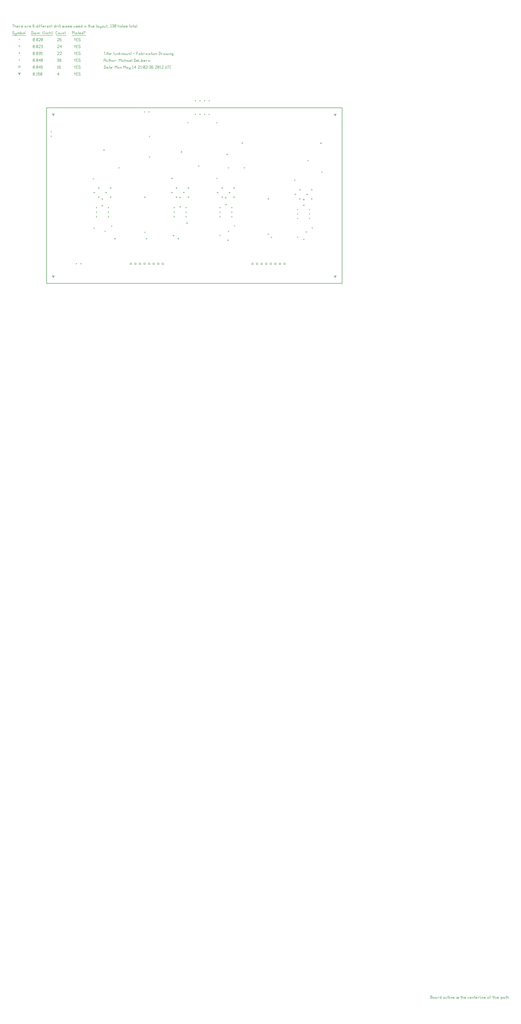
<source format=gbr>
G04 start of page 15 for group -3984 idx -3984 *
G04 Title: (unknown), fab *
G04 Creator: pcb 20110918 *
G04 CreationDate: Mon May 14 21:02:36 2012 UTC *
G04 For: mldelibero *
G04 Format: Gerber/RS-274X *
G04 PCB-Dimensions: 2000000 2000000 *
G04 PCB-Coordinate-Origin: lower left *
%MOIN*%
%FSLAX25Y25*%
%LNFAB*%
%ADD116C,0.0075*%
%ADD115C,0.0060*%
%ADD114C,0.0080*%
%ADD113C,0.0100*%
G54D113*X74100Y1553000D02*X720700D01*
Y1936800D01*
X74100D02*X720700D01*
X74100D02*Y1553000D01*
G54D114*X89100Y1921800D02*Y1918600D01*
Y1921800D02*X91873Y1923400D01*
X89100Y1921800D02*X86327Y1923400D01*
X87500Y1921800D02*G75*G03X90700Y1921800I1600J0D01*G01*
G75*G03X87500Y1921800I-1600J0D01*G01*
X89100Y1568100D02*Y1564900D01*
Y1568100D02*X91873Y1569700D01*
X89100Y1568100D02*X86327Y1569700D01*
X87500Y1568100D02*G75*G03X90700Y1568100I1600J0D01*G01*
G75*G03X87500Y1568100I-1600J0D01*G01*
X705600D02*Y1564900D01*
Y1568100D02*X708373Y1569700D01*
X705600Y1568100D02*X702827Y1569700D01*
X704000Y1568100D02*G75*G03X707200Y1568100I1600J0D01*G01*
G75*G03X704000Y1568100I-1600J0D01*G01*
X705600Y1921400D02*Y1918200D01*
Y1921400D02*X708373Y1923000D01*
X705600Y1921400D02*X702827Y1923000D01*
X704000Y1921400D02*G75*G03X707200Y1921400I1600J0D01*G01*
G75*G03X704000Y1921400I-1600J0D01*G01*
X15000Y2011250D02*Y2008050D01*
Y2011250D02*X17773Y2012850D01*
X15000Y2011250D02*X12227Y2012850D01*
X13400Y2011250D02*G75*G03X16600Y2011250I1600J0D01*G01*
G75*G03X13400Y2011250I-1600J0D01*G01*
G54D115*X135000Y2013500D02*X136500Y2010500D01*
X138000Y2013500D01*
X136500Y2010500D02*Y2007500D01*
X139800Y2010800D02*X142050D01*
X139800Y2007500D02*X142800D01*
X139800Y2013500D02*Y2007500D01*
Y2013500D02*X142800D01*
X147600D02*X148350Y2012750D01*
X145350Y2013500D02*X147600D01*
X144600Y2012750D02*X145350Y2013500D01*
X144600Y2012750D02*Y2011250D01*
X145350Y2010500D01*
X147600D01*
X148350Y2009750D01*
Y2008250D01*
X147600Y2007500D02*X148350Y2008250D01*
X145350Y2007500D02*X147600D01*
X144600Y2008250D02*X145350Y2007500D01*
X98000Y2009750D02*X101000Y2013500D01*
X98000Y2009750D02*X101750D01*
X101000Y2013500D02*Y2007500D01*
X45000Y2008250D02*X45750Y2007500D01*
X45000Y2012750D02*Y2008250D01*
Y2012750D02*X45750Y2013500D01*
X47250D01*
X48000Y2012750D01*
Y2008250D01*
X47250Y2007500D02*X48000Y2008250D01*
X45750Y2007500D02*X47250D01*
X45000Y2009000D02*X48000Y2012000D01*
X49800Y2007500D02*X50550D01*
X52350Y2012300D02*X53550Y2013500D01*
Y2007500D01*
X52350D02*X54600D01*
X56400Y2013500D02*X59400D01*
X56400D02*Y2010500D01*
X57150Y2011250D01*
X58650D01*
X59400Y2010500D01*
Y2008250D01*
X58650Y2007500D02*X59400Y2008250D01*
X57150Y2007500D02*X58650D01*
X56400Y2008250D02*X57150Y2007500D01*
X61200Y2008250D02*X61950Y2007500D01*
X61200Y2012750D02*Y2008250D01*
Y2012750D02*X61950Y2013500D01*
X63450D01*
X64200Y2012750D01*
Y2008250D01*
X63450Y2007500D02*X64200Y2008250D01*
X61950Y2007500D02*X63450D01*
X61200Y2009000D02*X64200Y2012000D01*
X256900Y1597300D02*X260100D01*
X256900D02*Y1594100D01*
X260100D01*
Y1597300D02*Y1594100D01*
X266900Y1597300D02*X270100D01*
X266900D02*Y1594100D01*
X270100D01*
Y1597300D02*Y1594100D01*
X276900Y1597300D02*X280100D01*
X276900D02*Y1594100D01*
X280100D01*
Y1597300D02*Y1594100D01*
X286900Y1597300D02*X290100D01*
X286900D02*Y1594100D01*
X290100D01*
Y1597300D02*Y1594100D01*
X296900Y1597300D02*X300100D01*
X296900D02*Y1594100D01*
X300100D01*
Y1597300D02*Y1594100D01*
X306900Y1597300D02*X310100D01*
X306900D02*Y1594100D01*
X310100D01*
Y1597300D02*Y1594100D01*
X316900Y1597300D02*X320100D01*
X316900D02*Y1594100D01*
X320100D01*
Y1597300D02*Y1594100D01*
X326900Y1597300D02*X330100D01*
X326900D02*Y1594100D01*
X330100D01*
Y1597300D02*Y1594100D01*
X523200Y1597300D02*X526400D01*
X523200D02*Y1594100D01*
X526400D01*
Y1597300D02*Y1594100D01*
X533200Y1597300D02*X536400D01*
X533200D02*Y1594100D01*
X536400D01*
Y1597300D02*Y1594100D01*
X543200Y1597300D02*X546400D01*
X543200D02*Y1594100D01*
X546400D01*
Y1597300D02*Y1594100D01*
X553200Y1597300D02*X556400D01*
X553200D02*Y1594100D01*
X556400D01*
Y1597300D02*Y1594100D01*
X563200Y1597300D02*X566400D01*
X563200D02*Y1594100D01*
X566400D01*
Y1597300D02*Y1594100D01*
X573200Y1597300D02*X576400D01*
X573200D02*Y1594100D01*
X576400D01*
Y1597300D02*Y1594100D01*
X583200Y1597300D02*X586400D01*
X583200D02*Y1594100D01*
X586400D01*
Y1597300D02*Y1594100D01*
X593200Y1597300D02*X596400D01*
X593200D02*Y1594100D01*
X596400D01*
Y1597300D02*Y1594100D01*
X13400Y2027850D02*X16600D01*
X13400D02*Y2024650D01*
X16600D01*
Y2027850D02*Y2024650D01*
X135000Y2028500D02*X136500Y2025500D01*
X138000Y2028500D01*
X136500Y2025500D02*Y2022500D01*
X139800Y2025800D02*X142050D01*
X139800Y2022500D02*X142800D01*
X139800Y2028500D02*Y2022500D01*
Y2028500D02*X142800D01*
X147600D02*X148350Y2027750D01*
X145350Y2028500D02*X147600D01*
X144600Y2027750D02*X145350Y2028500D01*
X144600Y2027750D02*Y2026250D01*
X145350Y2025500D01*
X147600D01*
X148350Y2024750D01*
Y2023250D01*
X147600Y2022500D02*X148350Y2023250D01*
X145350Y2022500D02*X147600D01*
X144600Y2023250D02*X145350Y2022500D01*
X98000Y2027300D02*X99200Y2028500D01*
Y2022500D01*
X98000D02*X100250D01*
X104300Y2028500D02*X105050Y2027750D01*
X102800Y2028500D02*X104300D01*
X102050Y2027750D02*X102800Y2028500D01*
X102050Y2027750D02*Y2023250D01*
X102800Y2022500D01*
X104300Y2025800D02*X105050Y2025050D01*
X102050Y2025800D02*X104300D01*
X102800Y2022500D02*X104300D01*
X105050Y2023250D01*
Y2025050D02*Y2023250D01*
X45000D02*X45750Y2022500D01*
X45000Y2027750D02*Y2023250D01*
Y2027750D02*X45750Y2028500D01*
X47250D01*
X48000Y2027750D01*
Y2023250D01*
X47250Y2022500D02*X48000Y2023250D01*
X45750Y2022500D02*X47250D01*
X45000Y2024000D02*X48000Y2027000D01*
X49800Y2022500D02*X50550D01*
X52350Y2023250D02*X53100Y2022500D01*
X52350Y2027750D02*Y2023250D01*
Y2027750D02*X53100Y2028500D01*
X54600D01*
X55350Y2027750D01*
Y2023250D01*
X54600Y2022500D02*X55350Y2023250D01*
X53100Y2022500D02*X54600D01*
X52350Y2024000D02*X55350Y2027000D01*
X57150Y2024750D02*X60150Y2028500D01*
X57150Y2024750D02*X60900D01*
X60150Y2028500D02*Y2022500D01*
X62700Y2028500D02*X65700D01*
X62700D02*Y2025500D01*
X63450Y2026250D01*
X64950D01*
X65700Y2025500D01*
Y2023250D01*
X64950Y2022500D02*X65700Y2023250D01*
X63450Y2022500D02*X64950D01*
X62700Y2023250D02*X63450Y2022500D01*
X148700Y1595700D02*G75*G03X150300Y1595700I800J0D01*G01*
G75*G03X148700Y1595700I-800J0D01*G01*
X138700D02*G75*G03X140300Y1595700I800J0D01*G01*
G75*G03X138700Y1595700I-800J0D01*G01*
X399200Y1922000D02*G75*G03X400800Y1922000I800J0D01*G01*
G75*G03X399200Y1922000I-800J0D01*G01*
X409200D02*G75*G03X410800Y1922000I800J0D01*G01*
G75*G03X409200Y1922000I-800J0D01*G01*
X419200D02*G75*G03X420800Y1922000I800J0D01*G01*
G75*G03X419200Y1922000I-800J0D01*G01*
X429200D02*G75*G03X430800Y1922000I800J0D01*G01*
G75*G03X429200Y1922000I-800J0D01*G01*
Y1952000D02*G75*G03X430800Y1952000I800J0D01*G01*
G75*G03X429200Y1952000I-800J0D01*G01*
X419200D02*G75*G03X420800Y1952000I800J0D01*G01*
G75*G03X419200Y1952000I-800J0D01*G01*
X409200D02*G75*G03X410800Y1952000I800J0D01*G01*
G75*G03X409200Y1952000I-800J0D01*G01*
X399200D02*G75*G03X400800Y1952000I800J0D01*G01*
G75*G03X399200Y1952000I-800J0D01*G01*
X208700Y1698300D02*G75*G03X210300Y1698300I800J0D01*G01*
G75*G03X208700Y1698300I-800J0D01*G01*
Y1708300D02*G75*G03X210300Y1708300I800J0D01*G01*
G75*G03X208700Y1708300I-800J0D01*G01*
Y1718300D02*G75*G03X210300Y1718300I800J0D01*G01*
G75*G03X208700Y1718300I-800J0D01*G01*
X182700Y1698300D02*G75*G03X184300Y1698300I800J0D01*G01*
G75*G03X182700Y1698300I-800J0D01*G01*
Y1708300D02*G75*G03X184300Y1708300I800J0D01*G01*
G75*G03X182700Y1708300I-800J0D01*G01*
Y1718300D02*G75*G03X184300Y1718300I800J0D01*G01*
G75*G03X182700Y1718300I-800J0D01*G01*
X378700Y1698300D02*G75*G03X380300Y1698300I800J0D01*G01*
G75*G03X378700Y1698300I-800J0D01*G01*
Y1708300D02*G75*G03X380300Y1708300I800J0D01*G01*
G75*G03X378700Y1708300I-800J0D01*G01*
Y1718300D02*G75*G03X380300Y1718300I800J0D01*G01*
G75*G03X378700Y1718300I-800J0D01*G01*
X352700Y1698300D02*G75*G03X354300Y1698300I800J0D01*G01*
G75*G03X352700Y1698300I-800J0D01*G01*
Y1708300D02*G75*G03X354300Y1708300I800J0D01*G01*
G75*G03X352700Y1708300I-800J0D01*G01*
Y1718300D02*G75*G03X354300Y1718300I800J0D01*G01*
G75*G03X352700Y1718300I-800J0D01*G01*
X478700Y1698300D02*G75*G03X480300Y1698300I800J0D01*G01*
G75*G03X478700Y1698300I-800J0D01*G01*
Y1708300D02*G75*G03X480300Y1708300I800J0D01*G01*
G75*G03X478700Y1708300I-800J0D01*G01*
Y1718300D02*G75*G03X480300Y1718300I800J0D01*G01*
G75*G03X478700Y1718300I-800J0D01*G01*
X452700Y1698300D02*G75*G03X454300Y1698300I800J0D01*G01*
G75*G03X452700Y1698300I-800J0D01*G01*
Y1708300D02*G75*G03X454300Y1708300I800J0D01*G01*
G75*G03X452700Y1708300I-800J0D01*G01*
Y1718300D02*G75*G03X454300Y1718300I800J0D01*G01*
G75*G03X452700Y1718300I-800J0D01*G01*
X622600Y1694500D02*G75*G03X624200Y1694500I800J0D01*G01*
G75*G03X622600Y1694500I-800J0D01*G01*
Y1704500D02*G75*G03X624200Y1704500I800J0D01*G01*
G75*G03X622600Y1704500I-800J0D01*G01*
Y1714500D02*G75*G03X624200Y1714500I800J0D01*G01*
G75*G03X622600Y1714500I-800J0D01*G01*
X648600Y1694500D02*G75*G03X650200Y1694500I800J0D01*G01*
G75*G03X648600Y1694500I-800J0D01*G01*
Y1704500D02*G75*G03X650200Y1704500I800J0D01*G01*
G75*G03X648600Y1704500I-800J0D01*G01*
Y1714500D02*G75*G03X650200Y1714500I800J0D01*G01*
G75*G03X648600Y1714500I-800J0D01*G01*
X287500Y1927500D02*G75*G03X289100Y1927500I800J0D01*G01*
G75*G03X287500Y1927500I-800J0D01*G01*
X297500D02*G75*G03X299100Y1927500I800J0D01*G01*
G75*G03X297500Y1927500I-800J0D01*G01*
X83900Y1884200D02*G75*G03X85500Y1884200I800J0D01*G01*
G75*G03X83900Y1884200I-800J0D01*G01*
Y1874200D02*G75*G03X85500Y1874200I800J0D01*G01*
G75*G03X83900Y1874200I-800J0D01*G01*
X14200Y2041250D02*G75*G03X15800Y2041250I800J0D01*G01*
G75*G03X14200Y2041250I-800J0D01*G01*
X135000Y2043500D02*X136500Y2040500D01*
X138000Y2043500D01*
X136500Y2040500D02*Y2037500D01*
X139800Y2040800D02*X142050D01*
X139800Y2037500D02*X142800D01*
X139800Y2043500D02*Y2037500D01*
Y2043500D02*X142800D01*
X147600D02*X148350Y2042750D01*
X145350Y2043500D02*X147600D01*
X144600Y2042750D02*X145350Y2043500D01*
X144600Y2042750D02*Y2041250D01*
X145350Y2040500D01*
X147600D01*
X148350Y2039750D01*
Y2038250D01*
X147600Y2037500D02*X148350Y2038250D01*
X145350Y2037500D02*X147600D01*
X144600Y2038250D02*X145350Y2037500D01*
X98000Y2042750D02*X98750Y2043500D01*
X100250D01*
X101000Y2042750D01*
X100250Y2037500D02*X101000Y2038250D01*
X98750Y2037500D02*X100250D01*
X98000Y2038250D02*X98750Y2037500D01*
Y2040800D02*X100250D01*
X101000Y2042750D02*Y2041550D01*
Y2040050D02*Y2038250D01*
Y2040050D02*X100250Y2040800D01*
X101000Y2041550D02*X100250Y2040800D01*
X102800Y2038250D02*X103550Y2037500D01*
X102800Y2039450D02*Y2038250D01*
Y2039450D02*X103850Y2040500D01*
X104750D01*
X105800Y2039450D01*
Y2038250D01*
X105050Y2037500D02*X105800Y2038250D01*
X103550Y2037500D02*X105050D01*
X102800Y2041550D02*X103850Y2040500D01*
X102800Y2042750D02*Y2041550D01*
Y2042750D02*X103550Y2043500D01*
X105050D01*
X105800Y2042750D01*
Y2041550D01*
X104750Y2040500D02*X105800Y2041550D01*
X45000Y2038250D02*X45750Y2037500D01*
X45000Y2042750D02*Y2038250D01*
Y2042750D02*X45750Y2043500D01*
X47250D01*
X48000Y2042750D01*
Y2038250D01*
X47250Y2037500D02*X48000Y2038250D01*
X45750Y2037500D02*X47250D01*
X45000Y2039000D02*X48000Y2042000D01*
X49800Y2037500D02*X50550D01*
X52350Y2038250D02*X53100Y2037500D01*
X52350Y2042750D02*Y2038250D01*
Y2042750D02*X53100Y2043500D01*
X54600D01*
X55350Y2042750D01*
Y2038250D01*
X54600Y2037500D02*X55350Y2038250D01*
X53100Y2037500D02*X54600D01*
X52350Y2039000D02*X55350Y2042000D01*
X57150Y2039750D02*X60150Y2043500D01*
X57150Y2039750D02*X60900D01*
X60150Y2043500D02*Y2037500D01*
X62700Y2038250D02*X63450Y2037500D01*
X62700Y2042750D02*Y2038250D01*
Y2042750D02*X63450Y2043500D01*
X64950D01*
X65700Y2042750D01*
Y2038250D01*
X64950Y2037500D02*X65700Y2038250D01*
X63450Y2037500D02*X64950D01*
X62700Y2039000D02*X65700Y2042000D01*
X195300Y1723800D02*X197700Y1721400D01*
X195300D02*X197700Y1723800D01*
X195300Y1738300D02*X197700Y1735900D01*
X195300D02*X197700Y1738300D01*
X199000Y1845400D02*X201400Y1843000D01*
X199000D02*X201400Y1845400D01*
X368200Y1841200D02*X370600Y1838800D01*
X368200D02*X370600Y1841200D01*
X347900Y1783400D02*X350300Y1781000D01*
X347900D02*X350300Y1783400D01*
X365300Y1741700D02*X367700Y1739300D01*
X365300D02*X367700Y1741700D01*
X365500Y1721500D02*X367900Y1719100D01*
X365500D02*X367900Y1721500D01*
X350700Y1658300D02*X353100Y1655900D01*
X350700D02*X353100Y1658300D01*
X380400Y1685600D02*X382800Y1683200D01*
X380400D02*X382800Y1685600D01*
X288300Y1742500D02*X290700Y1740100D01*
X288300D02*X290700Y1742500D01*
X222800Y1651800D02*X225200Y1649400D01*
X222800D02*X225200Y1651800D01*
X361100Y1651900D02*X363500Y1649500D01*
X361100D02*X363500Y1651900D01*
X291900Y1651800D02*X294300Y1649400D01*
X291900D02*X294300Y1651800D01*
X465800Y1726300D02*X468200Y1723900D01*
X465800D02*X468200Y1726300D01*
X465200Y1741000D02*X467600Y1738600D01*
X465200D02*X467600Y1741000D01*
X558200Y1738700D02*X560600Y1736300D01*
X558200D02*X560600Y1738700D01*
X635700Y1737200D02*X638100Y1734800D01*
X635700D02*X638100Y1737200D01*
X635800Y1724800D02*X638200Y1722400D01*
X635800D02*X638200Y1724800D01*
X469900Y1648500D02*X472300Y1646100D01*
X469900D02*X472300Y1648500D01*
X501300Y1860600D02*X503700Y1858200D01*
X501300D02*X503700Y1860600D01*
X468100Y1835700D02*X470500Y1833300D01*
X468100D02*X470500Y1835700D01*
X673100Y1860200D02*X675500Y1857800D01*
X673100D02*X675500Y1860200D01*
X13800Y2057450D02*X16200Y2055050D01*
X13800D02*X16200Y2057450D01*
X135000Y2058500D02*X136500Y2055500D01*
X138000Y2058500D01*
X136500Y2055500D02*Y2052500D01*
X139800Y2055800D02*X142050D01*
X139800Y2052500D02*X142800D01*
X139800Y2058500D02*Y2052500D01*
Y2058500D02*X142800D01*
X147600D02*X148350Y2057750D01*
X145350Y2058500D02*X147600D01*
X144600Y2057750D02*X145350Y2058500D01*
X144600Y2057750D02*Y2056250D01*
X145350Y2055500D01*
X147600D01*
X148350Y2054750D01*
Y2053250D01*
X147600Y2052500D02*X148350Y2053250D01*
X145350Y2052500D02*X147600D01*
X144600Y2053250D02*X145350Y2052500D01*
X98000Y2057750D02*X98750Y2058500D01*
X101000D01*
X101750Y2057750D01*
Y2056250D01*
X98000Y2052500D02*X101750Y2056250D01*
X98000Y2052500D02*X101750D01*
X103550Y2057750D02*X104300Y2058500D01*
X106550D01*
X107300Y2057750D01*
Y2056250D01*
X103550Y2052500D02*X107300Y2056250D01*
X103550Y2052500D02*X107300D01*
X45000Y2053250D02*X45750Y2052500D01*
X45000Y2057750D02*Y2053250D01*
Y2057750D02*X45750Y2058500D01*
X47250D01*
X48000Y2057750D01*
Y2053250D01*
X47250Y2052500D02*X48000Y2053250D01*
X45750Y2052500D02*X47250D01*
X45000Y2054000D02*X48000Y2057000D01*
X49800Y2052500D02*X50550D01*
X52350Y2053250D02*X53100Y2052500D01*
X52350Y2057750D02*Y2053250D01*
Y2057750D02*X53100Y2058500D01*
X54600D01*
X55350Y2057750D01*
Y2053250D01*
X54600Y2052500D02*X55350Y2053250D01*
X53100Y2052500D02*X54600D01*
X52350Y2054000D02*X55350Y2057000D01*
X57150Y2057750D02*X57900Y2058500D01*
X59400D01*
X60150Y2057750D01*
X59400Y2052500D02*X60150Y2053250D01*
X57900Y2052500D02*X59400D01*
X57150Y2053250D02*X57900Y2052500D01*
Y2055800D02*X59400D01*
X60150Y2057750D02*Y2056550D01*
Y2055050D02*Y2053250D01*
Y2055050D02*X59400Y2055800D01*
X60150Y2056550D02*X59400Y2055800D01*
X61950Y2058500D02*X64950D01*
X61950D02*Y2055500D01*
X62700Y2056250D01*
X64200D01*
X64950Y2055500D01*
Y2053250D01*
X64200Y2052500D02*X64950Y2053250D01*
X62700Y2052500D02*X64200D01*
X61950Y2053250D02*X62700Y2052500D01*
X188500Y1742900D02*Y1739700D01*
X186900Y1741300D02*X190100D01*
X188500Y1762900D02*Y1759700D01*
X186900Y1761300D02*X190100D01*
X178500Y1752900D02*Y1749700D01*
X176900Y1751300D02*X180100D01*
X214500Y1742900D02*Y1739700D01*
X212900Y1741300D02*X216100D01*
X214500Y1762900D02*Y1759700D01*
X212900Y1761300D02*X216100D01*
X204500Y1752900D02*Y1749700D01*
X202900Y1751300D02*X206100D01*
X384500Y1742900D02*Y1739700D01*
X382900Y1741300D02*X386100D01*
X384500Y1762900D02*Y1759700D01*
X382900Y1761300D02*X386100D01*
X374500Y1752900D02*Y1749700D01*
X372900Y1751300D02*X376100D01*
X358500Y1742900D02*Y1739700D01*
X356900Y1741300D02*X360100D01*
X358500Y1762900D02*Y1759700D01*
X356900Y1761300D02*X360100D01*
X348500Y1752900D02*Y1749700D01*
X346900Y1751300D02*X350100D01*
X484500Y1742900D02*Y1739700D01*
X482900Y1741300D02*X486100D01*
X484500Y1762900D02*Y1759700D01*
X482900Y1761300D02*X486100D01*
X474500Y1752900D02*Y1749700D01*
X472900Y1751300D02*X476100D01*
X458500Y1742900D02*Y1739700D01*
X456900Y1741300D02*X460100D01*
X458500Y1762900D02*Y1759700D01*
X456900Y1761300D02*X460100D01*
X448500Y1752900D02*Y1749700D01*
X446900Y1751300D02*X450100D01*
X628400Y1739100D02*Y1735900D01*
X626800Y1737500D02*X630000D01*
X628400Y1759100D02*Y1755900D01*
X626800Y1757500D02*X630000D01*
X618400Y1749100D02*Y1745900D01*
X616800Y1747500D02*X620000D01*
X654400Y1739100D02*Y1735900D01*
X652800Y1737500D02*X656000D01*
X654400Y1759100D02*Y1755900D01*
X652800Y1757500D02*X656000D01*
X644400Y1749100D02*Y1745900D01*
X642800Y1747500D02*X646000D01*
X15000Y2072850D02*Y2069650D01*
X13400Y2071250D02*X16600D01*
X135000Y2073500D02*X136500Y2070500D01*
X138000Y2073500D01*
X136500Y2070500D02*Y2067500D01*
X139800Y2070800D02*X142050D01*
X139800Y2067500D02*X142800D01*
X139800Y2073500D02*Y2067500D01*
Y2073500D02*X142800D01*
X147600D02*X148350Y2072750D01*
X145350Y2073500D02*X147600D01*
X144600Y2072750D02*X145350Y2073500D01*
X144600Y2072750D02*Y2071250D01*
X145350Y2070500D01*
X147600D01*
X148350Y2069750D01*
Y2068250D01*
X147600Y2067500D02*X148350Y2068250D01*
X145350Y2067500D02*X147600D01*
X144600Y2068250D02*X145350Y2067500D01*
X98000Y2072750D02*X98750Y2073500D01*
X101000D01*
X101750Y2072750D01*
Y2071250D01*
X98000Y2067500D02*X101750Y2071250D01*
X98000Y2067500D02*X101750D01*
X103550Y2069750D02*X106550Y2073500D01*
X103550Y2069750D02*X107300D01*
X106550Y2073500D02*Y2067500D01*
X45000Y2068250D02*X45750Y2067500D01*
X45000Y2072750D02*Y2068250D01*
Y2072750D02*X45750Y2073500D01*
X47250D01*
X48000Y2072750D01*
Y2068250D01*
X47250Y2067500D02*X48000Y2068250D01*
X45750Y2067500D02*X47250D01*
X45000Y2069000D02*X48000Y2072000D01*
X49800Y2067500D02*X50550D01*
X52350Y2068250D02*X53100Y2067500D01*
X52350Y2072750D02*Y2068250D01*
Y2072750D02*X53100Y2073500D01*
X54600D01*
X55350Y2072750D01*
Y2068250D01*
X54600Y2067500D02*X55350Y2068250D01*
X53100Y2067500D02*X54600D01*
X52350Y2069000D02*X55350Y2072000D01*
X57150Y2072750D02*X57900Y2073500D01*
X60150D01*
X60900Y2072750D01*
Y2071250D01*
X57150Y2067500D02*X60900Y2071250D01*
X57150Y2067500D02*X60900D01*
X62700Y2072750D02*X63450Y2073500D01*
X64950D01*
X65700Y2072750D01*
X64950Y2067500D02*X65700Y2068250D01*
X63450Y2067500D02*X64950D01*
X62700Y2068250D02*X63450Y2067500D01*
Y2070800D02*X64950D01*
X65700Y2072750D02*Y2071550D01*
Y2070050D02*Y2068250D01*
Y2070050D02*X64950Y2070800D01*
X65700Y2071550D02*X64950Y2070800D01*
X178300Y1673300D02*Y1671700D01*
Y1673300D02*X179687Y1674100D01*
X178300Y1673300D02*X176913Y1674100D01*
X176700Y1781200D02*Y1779600D01*
Y1781200D02*X178087Y1782000D01*
X176700Y1781200D02*X175313Y1782000D01*
X232700Y1805200D02*Y1803600D01*
Y1805200D02*X234087Y1806000D01*
X232700Y1805200D02*X231313Y1806000D01*
X202500Y1666500D02*Y1664900D01*
Y1666500D02*X203887Y1667300D01*
X202500Y1666500D02*X201113Y1667300D01*
X216700Y1678000D02*Y1676400D01*
Y1678000D02*X218087Y1678800D01*
X216700Y1678000D02*X215313Y1678800D01*
X407400Y1809500D02*Y1807900D01*
Y1809500D02*X408787Y1810300D01*
X407400Y1809500D02*X406013Y1810300D01*
X289500Y1664300D02*Y1662700D01*
Y1664300D02*X290887Y1665100D01*
X289500Y1664300D02*X288113Y1665100D01*
X472200Y1805200D02*Y1803600D01*
Y1805200D02*X473587Y1806000D01*
X472200Y1805200D02*X470813Y1806000D01*
X447200Y1782300D02*Y1780700D01*
Y1782300D02*X448587Y1783100D01*
X447200Y1782300D02*X445813Y1783100D01*
X506900Y1805400D02*Y1803800D01*
Y1805400D02*X508287Y1806200D01*
X506900Y1805400D02*X505513Y1806200D01*
X485300Y1678700D02*Y1677100D01*
Y1678700D02*X486687Y1679500D01*
X485300Y1678700D02*X483913Y1679500D01*
X453500Y1657500D02*Y1655900D01*
Y1657500D02*X454887Y1658300D01*
X453500Y1657500D02*X452113Y1658300D01*
X472300Y1666400D02*Y1664800D01*
Y1666400D02*X473687Y1667200D01*
X472300Y1666400D02*X470913Y1667200D01*
X559400Y1660500D02*Y1658900D01*
Y1660500D02*X560787Y1661300D01*
X559400Y1660500D02*X558013Y1661300D01*
X676500Y1796000D02*Y1794400D01*
Y1796000D02*X677887Y1796800D01*
X676500Y1796000D02*X675113Y1796800D01*
X617300Y1778400D02*Y1776800D01*
Y1778400D02*X618687Y1779200D01*
X617300Y1778400D02*X615913Y1779200D01*
X623200Y1653900D02*Y1652300D01*
Y1653900D02*X624587Y1654700D01*
X623200Y1653900D02*X621813Y1654700D01*
X642400Y1665100D02*Y1663500D01*
Y1665100D02*X643787Y1665900D01*
X642400Y1665100D02*X641013Y1665900D01*
X655500Y1674200D02*Y1672600D01*
Y1674200D02*X656887Y1675000D01*
X655500Y1674200D02*X654113Y1675000D01*
X636800Y1648800D02*Y1647200D01*
Y1648800D02*X638187Y1649600D01*
X636800Y1648800D02*X635413Y1649600D01*
X566300Y1653400D02*Y1651800D01*
Y1653400D02*X567687Y1654200D01*
X566300Y1653400D02*X564913Y1654200D01*
X299600Y1828800D02*Y1827200D01*
Y1828800D02*X300987Y1829600D01*
X299600Y1828800D02*X298213Y1829600D01*
X646300Y1821000D02*Y1819400D01*
Y1821000D02*X647687Y1821800D01*
X646300Y1821000D02*X644913Y1821800D01*
X299600Y1874000D02*Y1872400D01*
Y1874000D02*X300987Y1874800D01*
X299600Y1874000D02*X298213Y1874800D01*
X446600Y1904000D02*Y1902400D01*
Y1904000D02*X447987Y1904800D01*
X446600Y1904000D02*X445213Y1904800D01*
X383200Y1904200D02*Y1902600D01*
Y1904200D02*X384587Y1905000D01*
X383200Y1904200D02*X381813Y1905000D01*
X15000Y2086250D02*Y2084650D01*
Y2086250D02*X16387Y2087050D01*
X15000Y2086250D02*X13613Y2087050D01*
X135000Y2088500D02*X136500Y2085500D01*
X138000Y2088500D01*
X136500Y2085500D02*Y2082500D01*
X139800Y2085800D02*X142050D01*
X139800Y2082500D02*X142800D01*
X139800Y2088500D02*Y2082500D01*
Y2088500D02*X142800D01*
X147600D02*X148350Y2087750D01*
X145350Y2088500D02*X147600D01*
X144600Y2087750D02*X145350Y2088500D01*
X144600Y2087750D02*Y2086250D01*
X145350Y2085500D01*
X147600D01*
X148350Y2084750D01*
Y2083250D01*
X147600Y2082500D02*X148350Y2083250D01*
X145350Y2082500D02*X147600D01*
X144600Y2083250D02*X145350Y2082500D01*
X98000Y2087750D02*X98750Y2088500D01*
X101000D01*
X101750Y2087750D01*
Y2086250D01*
X98000Y2082500D02*X101750Y2086250D01*
X98000Y2082500D02*X101750D01*
X105800Y2088500D02*X106550Y2087750D01*
X104300Y2088500D02*X105800D01*
X103550Y2087750D02*X104300Y2088500D01*
X103550Y2087750D02*Y2083250D01*
X104300Y2082500D01*
X105800Y2085800D02*X106550Y2085050D01*
X103550Y2085800D02*X105800D01*
X104300Y2082500D02*X105800D01*
X106550Y2083250D01*
Y2085050D02*Y2083250D01*
X45000D02*X45750Y2082500D01*
X45000Y2087750D02*Y2083250D01*
Y2087750D02*X45750Y2088500D01*
X47250D01*
X48000Y2087750D01*
Y2083250D01*
X47250Y2082500D02*X48000Y2083250D01*
X45750Y2082500D02*X47250D01*
X45000Y2084000D02*X48000Y2087000D01*
X49800Y2082500D02*X50550D01*
X52350Y2083250D02*X53100Y2082500D01*
X52350Y2087750D02*Y2083250D01*
Y2087750D02*X53100Y2088500D01*
X54600D01*
X55350Y2087750D01*
Y2083250D01*
X54600Y2082500D02*X55350Y2083250D01*
X53100Y2082500D02*X54600D01*
X52350Y2084000D02*X55350Y2087000D01*
X57150Y2087750D02*X57900Y2088500D01*
X60150D01*
X60900Y2087750D01*
Y2086250D01*
X57150Y2082500D02*X60900Y2086250D01*
X57150Y2082500D02*X60900D01*
X62700Y2083250D02*X63450Y2082500D01*
X62700Y2087750D02*Y2083250D01*
Y2087750D02*X63450Y2088500D01*
X64950D01*
X65700Y2087750D01*
Y2083250D01*
X64950Y2082500D02*X65700Y2083250D01*
X63450Y2082500D02*X64950D01*
X62700Y2084000D02*X65700Y2087000D01*
X3000Y2103500D02*X3750Y2102750D01*
X750Y2103500D02*X3000D01*
X0Y2102750D02*X750Y2103500D01*
X0Y2102750D02*Y2101250D01*
X750Y2100500D01*
X3000D01*
X3750Y2099750D01*
Y2098250D01*
X3000Y2097500D02*X3750Y2098250D01*
X750Y2097500D02*X3000D01*
X0Y2098250D02*X750Y2097500D01*
X5550Y2100500D02*Y2098250D01*
X6300Y2097500D01*
X8550Y2100500D02*Y2096000D01*
X7800Y2095250D02*X8550Y2096000D01*
X6300Y2095250D02*X7800D01*
X5550Y2096000D02*X6300Y2095250D01*
Y2097500D02*X7800D01*
X8550Y2098250D01*
X11100Y2099750D02*Y2097500D01*
Y2099750D02*X11850Y2100500D01*
X12600D01*
X13350Y2099750D01*
Y2097500D01*
Y2099750D02*X14100Y2100500D01*
X14850D01*
X15600Y2099750D01*
Y2097500D01*
X10350Y2100500D02*X11100Y2099750D01*
X17400Y2103500D02*Y2097500D01*
Y2098250D02*X18150Y2097500D01*
X19650D01*
X20400Y2098250D01*
Y2099750D02*Y2098250D01*
X19650Y2100500D02*X20400Y2099750D01*
X18150Y2100500D02*X19650D01*
X17400Y2099750D02*X18150Y2100500D01*
X22200Y2099750D02*Y2098250D01*
Y2099750D02*X22950Y2100500D01*
X24450D01*
X25200Y2099750D01*
Y2098250D01*
X24450Y2097500D02*X25200Y2098250D01*
X22950Y2097500D02*X24450D01*
X22200Y2098250D02*X22950Y2097500D01*
X27000Y2103500D02*Y2098250D01*
X27750Y2097500D01*
X0Y2094250D02*X29250D01*
X41750Y2103500D02*Y2097500D01*
X43700Y2103500D02*X44750Y2102450D01*
Y2098550D01*
X43700Y2097500D02*X44750Y2098550D01*
X41000Y2097500D02*X43700D01*
X41000Y2103500D02*X43700D01*
G54D116*X46550Y2102000D02*Y2101850D01*
G54D115*Y2099750D02*Y2097500D01*
X50300Y2100500D02*X51050Y2099750D01*
X48800Y2100500D02*X50300D01*
X48050Y2099750D02*X48800Y2100500D01*
X48050Y2099750D02*Y2098250D01*
X48800Y2097500D01*
X51050Y2100500D02*Y2098250D01*
X51800Y2097500D01*
X48800D02*X50300D01*
X51050Y2098250D01*
X54350Y2099750D02*Y2097500D01*
Y2099750D02*X55100Y2100500D01*
X55850D01*
X56600Y2099750D01*
Y2097500D01*
Y2099750D02*X57350Y2100500D01*
X58100D01*
X58850Y2099750D01*
Y2097500D01*
X53600Y2100500D02*X54350Y2099750D01*
X60650Y2097500D02*X61400D01*
X65900Y2098250D02*X66650Y2097500D01*
X65900Y2102750D02*X66650Y2103500D01*
X65900Y2102750D02*Y2098250D01*
X68450Y2103500D02*X69950D01*
X69200D02*Y2097500D01*
X68450D02*X69950D01*
X72500Y2099750D02*Y2097500D01*
Y2099750D02*X73250Y2100500D01*
X74000D01*
X74750Y2099750D01*
Y2097500D01*
X71750Y2100500D02*X72500Y2099750D01*
X77300Y2100500D02*X79550D01*
X76550Y2099750D02*X77300Y2100500D01*
X76550Y2099750D02*Y2098250D01*
X77300Y2097500D01*
X79550D01*
X81350Y2103500D02*Y2097500D01*
Y2099750D02*X82100Y2100500D01*
X83600D01*
X84350Y2099750D01*
Y2097500D01*
X86150Y2103500D02*X86900Y2102750D01*
Y2098250D01*
X86150Y2097500D02*X86900Y2098250D01*
X41000Y2094250D02*X88700D01*
X96050Y2097500D02*X98000D01*
X95000Y2098550D02*X96050Y2097500D01*
X95000Y2102450D02*Y2098550D01*
Y2102450D02*X96050Y2103500D01*
X98000D01*
X99800Y2099750D02*Y2098250D01*
Y2099750D02*X100550Y2100500D01*
X102050D01*
X102800Y2099750D01*
Y2098250D01*
X102050Y2097500D02*X102800Y2098250D01*
X100550Y2097500D02*X102050D01*
X99800Y2098250D02*X100550Y2097500D01*
X104600Y2100500D02*Y2098250D01*
X105350Y2097500D01*
X106850D01*
X107600Y2098250D01*
Y2100500D02*Y2098250D01*
X110150Y2099750D02*Y2097500D01*
Y2099750D02*X110900Y2100500D01*
X111650D01*
X112400Y2099750D01*
Y2097500D01*
X109400Y2100500D02*X110150Y2099750D01*
X114950Y2103500D02*Y2098250D01*
X115700Y2097500D01*
X114200Y2101250D02*X115700D01*
X95000Y2094250D02*X117200D01*
X130750Y2103500D02*Y2097500D01*
X130000Y2103500D02*X133000D01*
X133750Y2102750D01*
Y2101250D01*
X133000Y2100500D02*X133750Y2101250D01*
X130750Y2100500D02*X133000D01*
X135550Y2103500D02*Y2098250D01*
X136300Y2097500D01*
X140050Y2100500D02*X140800Y2099750D01*
X138550Y2100500D02*X140050D01*
X137800Y2099750D02*X138550Y2100500D01*
X137800Y2099750D02*Y2098250D01*
X138550Y2097500D01*
X140800Y2100500D02*Y2098250D01*
X141550Y2097500D01*
X138550D02*X140050D01*
X140800Y2098250D01*
X144100Y2103500D02*Y2098250D01*
X144850Y2097500D01*
X143350Y2101250D02*X144850D01*
X147100Y2097500D02*X149350D01*
X146350Y2098250D02*X147100Y2097500D01*
X146350Y2099750D02*Y2098250D01*
Y2099750D02*X147100Y2100500D01*
X148600D01*
X149350Y2099750D01*
X146350Y2099000D02*X149350D01*
Y2099750D02*Y2099000D01*
X154150Y2103500D02*Y2097500D01*
X153400D02*X154150Y2098250D01*
X151900Y2097500D02*X153400D01*
X151150Y2098250D02*X151900Y2097500D01*
X151150Y2099750D02*Y2098250D01*
Y2099750D02*X151900Y2100500D01*
X153400D01*
X154150Y2099750D01*
X157450Y2100500D02*Y2099750D01*
Y2098250D02*Y2097500D01*
X155950Y2102750D02*Y2102000D01*
Y2102750D02*X156700Y2103500D01*
X158200D01*
X158950Y2102750D01*
Y2102000D01*
X157450Y2100500D02*X158950Y2102000D01*
X130000Y2094250D02*X160750D01*
X0Y2118500D02*X3000D01*
X1500D02*Y2112500D01*
X4800Y2118500D02*Y2112500D01*
Y2114750D02*X5550Y2115500D01*
X7050D01*
X7800Y2114750D01*
Y2112500D01*
X10350D02*X12600D01*
X9600Y2113250D02*X10350Y2112500D01*
X9600Y2114750D02*Y2113250D01*
Y2114750D02*X10350Y2115500D01*
X11850D01*
X12600Y2114750D01*
X9600Y2114000D02*X12600D01*
Y2114750D02*Y2114000D01*
X15150Y2114750D02*Y2112500D01*
Y2114750D02*X15900Y2115500D01*
X17400D01*
X14400D02*X15150Y2114750D01*
X19950Y2112500D02*X22200D01*
X19200Y2113250D02*X19950Y2112500D01*
X19200Y2114750D02*Y2113250D01*
Y2114750D02*X19950Y2115500D01*
X21450D01*
X22200Y2114750D01*
X19200Y2114000D02*X22200D01*
Y2114750D02*Y2114000D01*
X28950Y2115500D02*X29700Y2114750D01*
X27450Y2115500D02*X28950D01*
X26700Y2114750D02*X27450Y2115500D01*
X26700Y2114750D02*Y2113250D01*
X27450Y2112500D01*
X29700Y2115500D02*Y2113250D01*
X30450Y2112500D01*
X27450D02*X28950D01*
X29700Y2113250D01*
X33000Y2114750D02*Y2112500D01*
Y2114750D02*X33750Y2115500D01*
X35250D01*
X32250D02*X33000Y2114750D01*
X37800Y2112500D02*X40050D01*
X37050Y2113250D02*X37800Y2112500D01*
X37050Y2114750D02*Y2113250D01*
Y2114750D02*X37800Y2115500D01*
X39300D01*
X40050Y2114750D01*
X37050Y2114000D02*X40050D01*
Y2114750D02*Y2114000D01*
X46800Y2118500D02*X47550Y2117750D01*
X45300Y2118500D02*X46800D01*
X44550Y2117750D02*X45300Y2118500D01*
X44550Y2117750D02*Y2113250D01*
X45300Y2112500D01*
X46800Y2115800D02*X47550Y2115050D01*
X44550Y2115800D02*X46800D01*
X45300Y2112500D02*X46800D01*
X47550Y2113250D01*
Y2115050D02*Y2113250D01*
X55050Y2118500D02*Y2112500D01*
X54300D02*X55050Y2113250D01*
X52800Y2112500D02*X54300D01*
X52050Y2113250D02*X52800Y2112500D01*
X52050Y2114750D02*Y2113250D01*
Y2114750D02*X52800Y2115500D01*
X54300D01*
X55050Y2114750D01*
G54D116*X56850Y2117000D02*Y2116850D01*
G54D115*Y2114750D02*Y2112500D01*
X59100Y2117750D02*Y2112500D01*
Y2117750D02*X59850Y2118500D01*
X60600D01*
X58350Y2115500D02*X59850D01*
X62850Y2117750D02*Y2112500D01*
Y2117750D02*X63600Y2118500D01*
X64350D01*
X62100Y2115500D02*X63600D01*
X66600Y2112500D02*X68850D01*
X65850Y2113250D02*X66600Y2112500D01*
X65850Y2114750D02*Y2113250D01*
Y2114750D02*X66600Y2115500D01*
X68100D01*
X68850Y2114750D01*
X65850Y2114000D02*X68850D01*
Y2114750D02*Y2114000D01*
X71400Y2114750D02*Y2112500D01*
Y2114750D02*X72150Y2115500D01*
X73650D01*
X70650D02*X71400Y2114750D01*
X76200Y2112500D02*X78450D01*
X75450Y2113250D02*X76200Y2112500D01*
X75450Y2114750D02*Y2113250D01*
Y2114750D02*X76200Y2115500D01*
X77700D01*
X78450Y2114750D01*
X75450Y2114000D02*X78450D01*
Y2114750D02*Y2114000D01*
X81000Y2114750D02*Y2112500D01*
Y2114750D02*X81750Y2115500D01*
X82500D01*
X83250Y2114750D01*
Y2112500D01*
X80250Y2115500D02*X81000Y2114750D01*
X85800Y2118500D02*Y2113250D01*
X86550Y2112500D01*
X85050Y2116250D02*X86550D01*
X93750Y2118500D02*Y2112500D01*
X93000D02*X93750Y2113250D01*
X91500Y2112500D02*X93000D01*
X90750Y2113250D02*X91500Y2112500D01*
X90750Y2114750D02*Y2113250D01*
Y2114750D02*X91500Y2115500D01*
X93000D01*
X93750Y2114750D01*
X96300D02*Y2112500D01*
Y2114750D02*X97050Y2115500D01*
X98550D01*
X95550D02*X96300Y2114750D01*
G54D116*X100350Y2117000D02*Y2116850D01*
G54D115*Y2114750D02*Y2112500D01*
X101850Y2118500D02*Y2113250D01*
X102600Y2112500D01*
X104100Y2118500D02*Y2113250D01*
X104850Y2112500D01*
X109800D02*X112050D01*
X112800Y2113250D01*
X112050Y2114000D02*X112800Y2113250D01*
X109800Y2114000D02*X112050D01*
X109050Y2114750D02*X109800Y2114000D01*
X109050Y2114750D02*X109800Y2115500D01*
X112050D01*
X112800Y2114750D01*
X109050Y2113250D02*X109800Y2112500D01*
G54D116*X114600Y2117000D02*Y2116850D01*
G54D115*Y2114750D02*Y2112500D01*
X116100Y2115500D02*X119100D01*
X116100Y2112500D02*X119100Y2115500D01*
X116100Y2112500D02*X119100D01*
X121650D02*X123900D01*
X120900Y2113250D02*X121650Y2112500D01*
X120900Y2114750D02*Y2113250D01*
Y2114750D02*X121650Y2115500D01*
X123150D01*
X123900Y2114750D01*
X120900Y2114000D02*X123900D01*
Y2114750D02*Y2114000D01*
X126450Y2112500D02*X128700D01*
X129450Y2113250D01*
X128700Y2114000D02*X129450Y2113250D01*
X126450Y2114000D02*X128700D01*
X125700Y2114750D02*X126450Y2114000D01*
X125700Y2114750D02*X126450Y2115500D01*
X128700D01*
X129450Y2114750D01*
X125700Y2113250D02*X126450Y2112500D01*
X133950Y2115500D02*Y2113250D01*
X134700Y2112500D01*
X136200D01*
X136950Y2113250D01*
Y2115500D02*Y2113250D01*
X139500Y2112500D02*X141750D01*
X142500Y2113250D01*
X141750Y2114000D02*X142500Y2113250D01*
X139500Y2114000D02*X141750D01*
X138750Y2114750D02*X139500Y2114000D01*
X138750Y2114750D02*X139500Y2115500D01*
X141750D01*
X142500Y2114750D01*
X138750Y2113250D02*X139500Y2112500D01*
X145050D02*X147300D01*
X144300Y2113250D02*X145050Y2112500D01*
X144300Y2114750D02*Y2113250D01*
Y2114750D02*X145050Y2115500D01*
X146550D01*
X147300Y2114750D01*
X144300Y2114000D02*X147300D01*
Y2114750D02*Y2114000D01*
X152100Y2118500D02*Y2112500D01*
X151350D02*X152100Y2113250D01*
X149850Y2112500D02*X151350D01*
X149100Y2113250D02*X149850Y2112500D01*
X149100Y2114750D02*Y2113250D01*
Y2114750D02*X149850Y2115500D01*
X151350D01*
X152100Y2114750D01*
G54D116*X156600Y2117000D02*Y2116850D01*
G54D115*Y2114750D02*Y2112500D01*
X158850Y2114750D02*Y2112500D01*
Y2114750D02*X159600Y2115500D01*
X160350D01*
X161100Y2114750D01*
Y2112500D01*
X158100Y2115500D02*X158850Y2114750D01*
X166350Y2118500D02*Y2113250D01*
X167100Y2112500D01*
X165600Y2116250D02*X167100D01*
X168600Y2118500D02*Y2112500D01*
Y2114750D02*X169350Y2115500D01*
X170850D01*
X171600Y2114750D01*
Y2112500D01*
G54D116*X173400Y2117000D02*Y2116850D01*
G54D115*Y2114750D02*Y2112500D01*
X175650D02*X177900D01*
X178650Y2113250D01*
X177900Y2114000D02*X178650Y2113250D01*
X175650Y2114000D02*X177900D01*
X174900Y2114750D02*X175650Y2114000D01*
X174900Y2114750D02*X175650Y2115500D01*
X177900D01*
X178650Y2114750D01*
X174900Y2113250D02*X175650Y2112500D01*
X183150Y2118500D02*Y2113250D01*
X183900Y2112500D01*
X187650Y2115500D02*X188400Y2114750D01*
X186150Y2115500D02*X187650D01*
X185400Y2114750D02*X186150Y2115500D01*
X185400Y2114750D02*Y2113250D01*
X186150Y2112500D01*
X188400Y2115500D02*Y2113250D01*
X189150Y2112500D01*
X186150D02*X187650D01*
X188400Y2113250D01*
X190950Y2115500D02*Y2113250D01*
X191700Y2112500D01*
X193950Y2115500D02*Y2111000D01*
X193200Y2110250D02*X193950Y2111000D01*
X191700Y2110250D02*X193200D01*
X190950Y2111000D02*X191700Y2110250D01*
Y2112500D02*X193200D01*
X193950Y2113250D01*
X195750Y2114750D02*Y2113250D01*
Y2114750D02*X196500Y2115500D01*
X198000D01*
X198750Y2114750D01*
Y2113250D01*
X198000Y2112500D02*X198750Y2113250D01*
X196500Y2112500D02*X198000D01*
X195750Y2113250D02*X196500Y2112500D01*
X200550Y2115500D02*Y2113250D01*
X201300Y2112500D01*
X202800D01*
X203550Y2113250D01*
Y2115500D02*Y2113250D01*
X206100Y2118500D02*Y2113250D01*
X206850Y2112500D01*
X205350Y2116250D02*X206850D01*
X208350Y2111000D02*X209850Y2112500D01*
X214350Y2117300D02*X215550Y2118500D01*
Y2112500D01*
X214350D02*X216600D01*
X218400Y2117750D02*X219150Y2118500D01*
X220650D01*
X221400Y2117750D01*
X220650Y2112500D02*X221400Y2113250D01*
X219150Y2112500D02*X220650D01*
X218400Y2113250D02*X219150Y2112500D01*
Y2115800D02*X220650D01*
X221400Y2117750D02*Y2116550D01*
Y2115050D02*Y2113250D01*
Y2115050D02*X220650Y2115800D01*
X221400Y2116550D02*X220650Y2115800D01*
X223200Y2113250D02*X223950Y2112500D01*
X223200Y2117750D02*Y2113250D01*
Y2117750D02*X223950Y2118500D01*
X225450D01*
X226200Y2117750D01*
Y2113250D01*
X225450Y2112500D02*X226200Y2113250D01*
X223950Y2112500D02*X225450D01*
X223200Y2114000D02*X226200Y2117000D01*
X230700Y2118500D02*Y2112500D01*
Y2114750D02*X231450Y2115500D01*
X232950D01*
X233700Y2114750D01*
Y2112500D01*
X235500Y2114750D02*Y2113250D01*
Y2114750D02*X236250Y2115500D01*
X237750D01*
X238500Y2114750D01*
Y2113250D01*
X237750Y2112500D02*X238500Y2113250D01*
X236250Y2112500D02*X237750D01*
X235500Y2113250D02*X236250Y2112500D01*
X240300Y2118500D02*Y2113250D01*
X241050Y2112500D01*
X243300D02*X245550D01*
X242550Y2113250D02*X243300Y2112500D01*
X242550Y2114750D02*Y2113250D01*
Y2114750D02*X243300Y2115500D01*
X244800D01*
X245550Y2114750D01*
X242550Y2114000D02*X245550D01*
Y2114750D02*Y2114000D01*
X248100Y2112500D02*X250350D01*
X251100Y2113250D01*
X250350Y2114000D02*X251100Y2113250D01*
X248100Y2114000D02*X250350D01*
X247350Y2114750D02*X248100Y2114000D01*
X247350Y2114750D02*X248100Y2115500D01*
X250350D01*
X251100Y2114750D01*
X247350Y2113250D02*X248100Y2112500D01*
X256350Y2118500D02*Y2113250D01*
X257100Y2112500D01*
X255600Y2116250D02*X257100D01*
X258600Y2114750D02*Y2113250D01*
Y2114750D02*X259350Y2115500D01*
X260850D01*
X261600Y2114750D01*
Y2113250D01*
X260850Y2112500D02*X261600Y2113250D01*
X259350Y2112500D02*X260850D01*
X258600Y2113250D02*X259350Y2112500D01*
X264150Y2118500D02*Y2113250D01*
X264900Y2112500D01*
X263400Y2116250D02*X264900D01*
X268650Y2115500D02*X269400Y2114750D01*
X267150Y2115500D02*X268650D01*
X266400Y2114750D02*X267150Y2115500D01*
X266400Y2114750D02*Y2113250D01*
X267150Y2112500D01*
X269400Y2115500D02*Y2113250D01*
X270150Y2112500D01*
X267150D02*X268650D01*
X269400Y2113250D01*
X271950Y2118500D02*Y2113250D01*
X272700Y2112500D01*
G54D113*X74100Y1553000D02*X720700D01*
Y1936800D01*
X74100D02*X720700D01*
X74100D02*Y1553000D01*
G54D115*X913675Y-9500D02*X916675D01*
X917425Y-8750D01*
Y-6950D02*Y-8750D01*
X916675Y-6200D02*X917425Y-6950D01*
X914425Y-6200D02*X916675D01*
X914425Y-3500D02*Y-9500D01*
X913675Y-3500D02*X916675D01*
X917425Y-4250D01*
Y-5450D01*
X916675Y-6200D02*X917425Y-5450D01*
X919225Y-7250D02*Y-8750D01*
Y-7250D02*X919975Y-6500D01*
X921475D01*
X922225Y-7250D01*
Y-8750D01*
X921475Y-9500D02*X922225Y-8750D01*
X919975Y-9500D02*X921475D01*
X919225Y-8750D02*X919975Y-9500D01*
X926275Y-6500D02*X927025Y-7250D01*
X924775Y-6500D02*X926275D01*
X924025Y-7250D02*X924775Y-6500D01*
X924025Y-7250D02*Y-8750D01*
X924775Y-9500D01*
X927025Y-6500D02*Y-8750D01*
X927775Y-9500D01*
X924775D02*X926275D01*
X927025Y-8750D01*
X930325Y-7250D02*Y-9500D01*
Y-7250D02*X931075Y-6500D01*
X932575D01*
X929575D02*X930325Y-7250D01*
X937375Y-3500D02*Y-9500D01*
X936625D02*X937375Y-8750D01*
X935125Y-9500D02*X936625D01*
X934375Y-8750D02*X935125Y-9500D01*
X934375Y-7250D02*Y-8750D01*
Y-7250D02*X935125Y-6500D01*
X936625D01*
X937375Y-7250D01*
X941875D02*Y-8750D01*
Y-7250D02*X942625Y-6500D01*
X944125D01*
X944875Y-7250D01*
Y-8750D01*
X944125Y-9500D02*X944875Y-8750D01*
X942625Y-9500D02*X944125D01*
X941875Y-8750D02*X942625Y-9500D01*
X946675Y-6500D02*Y-8750D01*
X947425Y-9500D01*
X948925D01*
X949675Y-8750D01*
Y-6500D02*Y-8750D01*
X952225Y-3500D02*Y-8750D01*
X952975Y-9500D01*
X951475Y-5750D02*X952975D01*
X954475Y-3500D02*Y-8750D01*
X955225Y-9500D01*
G54D116*X956725Y-5000D02*Y-5150D01*
G54D115*Y-7250D02*Y-9500D01*
X958975Y-7250D02*Y-9500D01*
Y-7250D02*X959725Y-6500D01*
X960475D01*
X961225Y-7250D01*
Y-9500D01*
X958225Y-6500D02*X958975Y-7250D01*
X963775Y-9500D02*X966025D01*
X963025Y-8750D02*X963775Y-9500D01*
X963025Y-7250D02*Y-8750D01*
Y-7250D02*X963775Y-6500D01*
X965275D01*
X966025Y-7250D01*
X963025Y-8000D02*X966025D01*
Y-7250D02*Y-8000D01*
G54D116*X970525Y-5000D02*Y-5150D01*
G54D115*Y-7250D02*Y-9500D01*
X972775D02*X975025D01*
X975775Y-8750D01*
X975025Y-8000D02*X975775Y-8750D01*
X972775Y-8000D02*X975025D01*
X972025Y-7250D02*X972775Y-8000D01*
X972025Y-7250D02*X972775Y-6500D01*
X975025D01*
X975775Y-7250D01*
X972025Y-8750D02*X972775Y-9500D01*
X981025Y-3500D02*Y-8750D01*
X981775Y-9500D01*
X980275Y-5750D02*X981775D01*
X983275Y-3500D02*Y-9500D01*
Y-7250D02*X984025Y-6500D01*
X985525D01*
X986275Y-7250D01*
Y-9500D01*
X988825D02*X991075D01*
X988075Y-8750D02*X988825Y-9500D01*
X988075Y-7250D02*Y-8750D01*
Y-7250D02*X988825Y-6500D01*
X990325D01*
X991075Y-7250D01*
X988075Y-8000D02*X991075D01*
Y-7250D02*Y-8000D01*
X996325Y-6500D02*X998575D01*
X995575Y-7250D02*X996325Y-6500D01*
X995575Y-7250D02*Y-8750D01*
X996325Y-9500D01*
X998575D01*
X1001125D02*X1003375D01*
X1000375Y-8750D02*X1001125Y-9500D01*
X1000375Y-7250D02*Y-8750D01*
Y-7250D02*X1001125Y-6500D01*
X1002625D01*
X1003375Y-7250D01*
X1000375Y-8000D02*X1003375D01*
Y-7250D02*Y-8000D01*
X1005925Y-7250D02*Y-9500D01*
Y-7250D02*X1006675Y-6500D01*
X1007425D01*
X1008175Y-7250D01*
Y-9500D01*
X1005175Y-6500D02*X1005925Y-7250D01*
X1010725Y-3500D02*Y-8750D01*
X1011475Y-9500D01*
X1009975Y-5750D02*X1011475D01*
X1013725Y-9500D02*X1015975D01*
X1012975Y-8750D02*X1013725Y-9500D01*
X1012975Y-7250D02*Y-8750D01*
Y-7250D02*X1013725Y-6500D01*
X1015225D01*
X1015975Y-7250D01*
X1012975Y-8000D02*X1015975D01*
Y-7250D02*Y-8000D01*
X1018525Y-7250D02*Y-9500D01*
Y-7250D02*X1019275Y-6500D01*
X1020775D01*
X1017775D02*X1018525Y-7250D01*
X1022575Y-3500D02*Y-8750D01*
X1023325Y-9500D01*
G54D116*X1024825Y-5000D02*Y-5150D01*
G54D115*Y-7250D02*Y-9500D01*
X1027075Y-7250D02*Y-9500D01*
Y-7250D02*X1027825Y-6500D01*
X1028575D01*
X1029325Y-7250D01*
Y-9500D01*
X1026325Y-6500D02*X1027075Y-7250D01*
X1031875Y-9500D02*X1034125D01*
X1031125Y-8750D02*X1031875Y-9500D01*
X1031125Y-7250D02*Y-8750D01*
Y-7250D02*X1031875Y-6500D01*
X1033375D01*
X1034125Y-7250D01*
X1031125Y-8000D02*X1034125D01*
Y-7250D02*Y-8000D01*
X1038625Y-7250D02*Y-8750D01*
Y-7250D02*X1039375Y-6500D01*
X1040875D01*
X1041625Y-7250D01*
Y-8750D01*
X1040875Y-9500D02*X1041625Y-8750D01*
X1039375Y-9500D02*X1040875D01*
X1038625Y-8750D02*X1039375Y-9500D01*
X1044175Y-4250D02*Y-9500D01*
Y-4250D02*X1044925Y-3500D01*
X1045675D01*
X1043425Y-6500D02*X1044925D01*
X1050625Y-3500D02*Y-8750D01*
X1051375Y-9500D01*
X1049875Y-5750D02*X1051375D01*
X1052875Y-3500D02*Y-9500D01*
Y-7250D02*X1053625Y-6500D01*
X1055125D01*
X1055875Y-7250D01*
Y-9500D01*
G54D116*X1057675Y-5000D02*Y-5150D01*
G54D115*Y-7250D02*Y-9500D01*
X1059925D02*X1062175D01*
X1062925Y-8750D01*
X1062175Y-8000D02*X1062925Y-8750D01*
X1059925Y-8000D02*X1062175D01*
X1059175Y-7250D02*X1059925Y-8000D01*
X1059175Y-7250D02*X1059925Y-6500D01*
X1062175D01*
X1062925Y-7250D01*
X1059175Y-8750D02*X1059925Y-9500D01*
X1068175Y-7250D02*Y-11750D01*
X1067425Y-6500D02*X1068175Y-7250D01*
X1068925Y-6500D01*
X1070425D01*
X1071175Y-7250D01*
Y-8750D01*
X1070425Y-9500D02*X1071175Y-8750D01*
X1068925Y-9500D02*X1070425D01*
X1068175Y-8750D02*X1068925Y-9500D01*
X1075225Y-6500D02*X1075975Y-7250D01*
X1073725Y-6500D02*X1075225D01*
X1072975Y-7250D02*X1073725Y-6500D01*
X1072975Y-7250D02*Y-8750D01*
X1073725Y-9500D01*
X1075975Y-6500D02*Y-8750D01*
X1076725Y-9500D01*
X1073725D02*X1075225D01*
X1075975Y-8750D01*
X1079275Y-3500D02*Y-8750D01*
X1080025Y-9500D01*
X1078525Y-5750D02*X1080025D01*
X1081525Y-3500D02*Y-9500D01*
Y-7250D02*X1082275Y-6500D01*
X1083775D01*
X1084525Y-7250D01*
Y-9500D01*
X200750Y2028500D02*Y2022500D01*
X202700Y2028500D02*X203750Y2027450D01*
Y2023550D01*
X202700Y2022500D02*X203750Y2023550D01*
X200000Y2022500D02*X202700D01*
X200000Y2028500D02*X202700D01*
X207800Y2025500D02*X208550Y2024750D01*
X206300Y2025500D02*X207800D01*
X205550Y2024750D02*X206300Y2025500D01*
X205550Y2024750D02*Y2023250D01*
X206300Y2022500D01*
X208550Y2025500D02*Y2023250D01*
X209300Y2022500D01*
X206300D02*X207800D01*
X208550Y2023250D01*
X211850Y2028500D02*Y2023250D01*
X212600Y2022500D01*
X211100Y2026250D02*X212600D01*
X214850Y2022500D02*X217100D01*
X214100Y2023250D02*X214850Y2022500D01*
X214100Y2024750D02*Y2023250D01*
Y2024750D02*X214850Y2025500D01*
X216350D01*
X217100Y2024750D01*
X214100Y2024000D02*X217100D01*
Y2024750D02*Y2024000D01*
X218900Y2026250D02*X219650D01*
X218900Y2024750D02*X219650D01*
X224150Y2028500D02*Y2022500D01*
Y2028500D02*X226400Y2025500D01*
X228650Y2028500D01*
Y2022500D01*
X230450Y2024750D02*Y2023250D01*
Y2024750D02*X231200Y2025500D01*
X232700D01*
X233450Y2024750D01*
Y2023250D01*
X232700Y2022500D02*X233450Y2023250D01*
X231200Y2022500D02*X232700D01*
X230450Y2023250D02*X231200Y2022500D01*
X236000Y2024750D02*Y2022500D01*
Y2024750D02*X236750Y2025500D01*
X237500D01*
X238250Y2024750D01*
Y2022500D01*
X235250Y2025500D02*X236000Y2024750D01*
X242750Y2028500D02*Y2022500D01*
Y2028500D02*X245000Y2025500D01*
X247250Y2028500D01*
Y2022500D01*
X251300Y2025500D02*X252050Y2024750D01*
X249800Y2025500D02*X251300D01*
X249050Y2024750D02*X249800Y2025500D01*
X249050Y2024750D02*Y2023250D01*
X249800Y2022500D01*
X252050Y2025500D02*Y2023250D01*
X252800Y2022500D01*
X249800D02*X251300D01*
X252050Y2023250D01*
X254600Y2025500D02*Y2023250D01*
X255350Y2022500D01*
X257600Y2025500D02*Y2021000D01*
X256850Y2020250D02*X257600Y2021000D01*
X255350Y2020250D02*X256850D01*
X254600Y2021000D02*X255350Y2020250D01*
Y2022500D02*X256850D01*
X257600Y2023250D01*
X262100Y2027300D02*X263300Y2028500D01*
Y2022500D01*
X262100D02*X264350D01*
X266150Y2024750D02*X269150Y2028500D01*
X266150Y2024750D02*X269900D01*
X269150Y2028500D02*Y2022500D01*
X274400Y2027750D02*X275150Y2028500D01*
X277400D01*
X278150Y2027750D01*
Y2026250D01*
X274400Y2022500D02*X278150Y2026250D01*
X274400Y2022500D02*X278150D01*
X279950Y2027300D02*X281150Y2028500D01*
Y2022500D01*
X279950D02*X282200D01*
X284000Y2026250D02*X284750D01*
X284000Y2024750D02*X284750D01*
X286550Y2023250D02*X287300Y2022500D01*
X286550Y2027750D02*Y2023250D01*
Y2027750D02*X287300Y2028500D01*
X288800D01*
X289550Y2027750D01*
Y2023250D01*
X288800Y2022500D02*X289550Y2023250D01*
X287300Y2022500D02*X288800D01*
X286550Y2024000D02*X289550Y2027000D01*
X291350Y2027750D02*X292100Y2028500D01*
X294350D01*
X295100Y2027750D01*
Y2026250D01*
X291350Y2022500D02*X295100Y2026250D01*
X291350Y2022500D02*X295100D01*
X296900Y2026250D02*X297650D01*
X296900Y2024750D02*X297650D01*
X299450Y2027750D02*X300200Y2028500D01*
X301700D01*
X302450Y2027750D01*
X301700Y2022500D02*X302450Y2023250D01*
X300200Y2022500D02*X301700D01*
X299450Y2023250D02*X300200Y2022500D01*
Y2025800D02*X301700D01*
X302450Y2027750D02*Y2026550D01*
Y2025050D02*Y2023250D01*
Y2025050D02*X301700Y2025800D01*
X302450Y2026550D02*X301700Y2025800D01*
X306500Y2028500D02*X307250Y2027750D01*
X305000Y2028500D02*X306500D01*
X304250Y2027750D02*X305000Y2028500D01*
X304250Y2027750D02*Y2023250D01*
X305000Y2022500D01*
X306500Y2025800D02*X307250Y2025050D01*
X304250Y2025800D02*X306500D01*
X305000Y2022500D02*X306500D01*
X307250Y2023250D01*
Y2025050D02*Y2023250D01*
X311750Y2027750D02*X312500Y2028500D01*
X314750D01*
X315500Y2027750D01*
Y2026250D01*
X311750Y2022500D02*X315500Y2026250D01*
X311750Y2022500D02*X315500D01*
X317300Y2023250D02*X318050Y2022500D01*
X317300Y2027750D02*Y2023250D01*
Y2027750D02*X318050Y2028500D01*
X319550D01*
X320300Y2027750D01*
Y2023250D01*
X319550Y2022500D02*X320300Y2023250D01*
X318050Y2022500D02*X319550D01*
X317300Y2024000D02*X320300Y2027000D01*
X322100Y2027300D02*X323300Y2028500D01*
Y2022500D01*
X322100D02*X324350D01*
X326150Y2027750D02*X326900Y2028500D01*
X329150D01*
X329900Y2027750D01*
Y2026250D01*
X326150Y2022500D02*X329900Y2026250D01*
X326150Y2022500D02*X329900D01*
X334400Y2028500D02*Y2023250D01*
X335150Y2022500D01*
X336650D01*
X337400Y2023250D01*
Y2028500D02*Y2023250D01*
X339200Y2028500D02*X342200D01*
X340700D02*Y2022500D01*
X345050D02*X347000D01*
X344000Y2023550D02*X345050Y2022500D01*
X344000Y2027450D02*Y2023550D01*
Y2027450D02*X345050Y2028500D01*
X347000D01*
X200000Y2042000D02*Y2037500D01*
Y2042000D02*X201050Y2043500D01*
X202700D01*
X203750Y2042000D01*
Y2037500D01*
X200000Y2040500D02*X203750D01*
X205550D02*Y2038250D01*
X206300Y2037500D01*
X207800D01*
X208550Y2038250D01*
Y2040500D02*Y2038250D01*
X211100Y2043500D02*Y2038250D01*
X211850Y2037500D01*
X210350Y2041250D02*X211850D01*
X213350Y2043500D02*Y2037500D01*
Y2039750D02*X214100Y2040500D01*
X215600D01*
X216350Y2039750D01*
Y2037500D01*
X218150Y2039750D02*Y2038250D01*
Y2039750D02*X218900Y2040500D01*
X220400D01*
X221150Y2039750D01*
Y2038250D01*
X220400Y2037500D02*X221150Y2038250D01*
X218900Y2037500D02*X220400D01*
X218150Y2038250D02*X218900Y2037500D01*
X223700Y2039750D02*Y2037500D01*
Y2039750D02*X224450Y2040500D01*
X225950D01*
X222950D02*X223700Y2039750D01*
X227750Y2041250D02*X228500D01*
X227750Y2039750D02*X228500D01*
X233000Y2043500D02*Y2037500D01*
Y2043500D02*X235250Y2040500D01*
X237500Y2043500D01*
Y2037500D01*
G54D116*X239300Y2042000D02*Y2041850D01*
G54D115*Y2039750D02*Y2037500D01*
X241550Y2040500D02*X243800D01*
X240800Y2039750D02*X241550Y2040500D01*
X240800Y2039750D02*Y2038250D01*
X241550Y2037500D01*
X243800D01*
X245600Y2043500D02*Y2037500D01*
Y2039750D02*X246350Y2040500D01*
X247850D01*
X248600Y2039750D01*
Y2037500D01*
X252650Y2040500D02*X253400Y2039750D01*
X251150Y2040500D02*X252650D01*
X250400Y2039750D02*X251150Y2040500D01*
X250400Y2039750D02*Y2038250D01*
X251150Y2037500D01*
X253400Y2040500D02*Y2038250D01*
X254150Y2037500D01*
X251150D02*X252650D01*
X253400Y2038250D01*
X256700Y2037500D02*X258950D01*
X255950Y2038250D02*X256700Y2037500D01*
X255950Y2039750D02*Y2038250D01*
Y2039750D02*X256700Y2040500D01*
X258200D01*
X258950Y2039750D01*
X255950Y2039000D02*X258950D01*
Y2039750D02*Y2039000D01*
X260750Y2043500D02*Y2038250D01*
X261500Y2037500D01*
X266450Y2043500D02*Y2037500D01*
X268400Y2043500D02*X269450Y2042450D01*
Y2038550D01*
X268400Y2037500D02*X269450Y2038550D01*
X265700Y2037500D02*X268400D01*
X265700Y2043500D02*X268400D01*
X272000Y2037500D02*X274250D01*
X271250Y2038250D02*X272000Y2037500D01*
X271250Y2039750D02*Y2038250D01*
Y2039750D02*X272000Y2040500D01*
X273500D01*
X274250Y2039750D01*
X271250Y2039000D02*X274250D01*
Y2039750D02*Y2039000D01*
X276050Y2043500D02*Y2037500D01*
X279050D01*
G54D116*X280850Y2042000D02*Y2041850D01*
G54D115*Y2039750D02*Y2037500D01*
X282350Y2043500D02*Y2037500D01*
Y2038250D02*X283100Y2037500D01*
X284600D01*
X285350Y2038250D01*
Y2039750D02*Y2038250D01*
X284600Y2040500D02*X285350Y2039750D01*
X283100Y2040500D02*X284600D01*
X282350Y2039750D02*X283100Y2040500D01*
X287900Y2037500D02*X290150D01*
X287150Y2038250D02*X287900Y2037500D01*
X287150Y2039750D02*Y2038250D01*
Y2039750D02*X287900Y2040500D01*
X289400D01*
X290150Y2039750D01*
X287150Y2039000D02*X290150D01*
Y2039750D02*Y2039000D01*
X292700Y2039750D02*Y2037500D01*
Y2039750D02*X293450Y2040500D01*
X294950D01*
X291950D02*X292700Y2039750D01*
X296750D02*Y2038250D01*
Y2039750D02*X297500Y2040500D01*
X299000D01*
X299750Y2039750D01*
Y2038250D01*
X299000Y2037500D02*X299750Y2038250D01*
X297500Y2037500D02*X299000D01*
X296750Y2038250D02*X297500Y2037500D01*
X200000Y2058500D02*X203000D01*
X201500D02*Y2052500D01*
G54D116*X204800Y2057000D02*Y2056850D01*
G54D115*Y2054750D02*Y2052500D01*
X207050Y2058500D02*Y2053250D01*
X207800Y2052500D01*
X206300Y2056250D02*X207800D01*
X209300Y2058500D02*Y2053250D01*
X210050Y2052500D01*
X212300D02*X214550D01*
X211550Y2053250D02*X212300Y2052500D01*
X211550Y2054750D02*Y2053250D01*
Y2054750D02*X212300Y2055500D01*
X213800D01*
X214550Y2054750D01*
X211550Y2054000D02*X214550D01*
Y2054750D02*Y2054000D01*
X216350Y2056250D02*X217100D01*
X216350Y2054750D02*X217100D01*
X221600Y2053250D02*X222350Y2052500D01*
X221600Y2057750D02*X222350Y2058500D01*
X221600Y2057750D02*Y2053250D01*
X224150Y2055500D02*Y2053250D01*
X224900Y2052500D01*
X226400D01*
X227150Y2053250D01*
Y2055500D02*Y2053250D01*
X229700Y2054750D02*Y2052500D01*
Y2054750D02*X230450Y2055500D01*
X231200D01*
X231950Y2054750D01*
Y2052500D01*
X228950Y2055500D02*X229700Y2054750D01*
X233750Y2058500D02*Y2052500D01*
Y2054750D02*X236000Y2052500D01*
X233750Y2054750D02*X235250Y2056250D01*
X238550Y2054750D02*Y2052500D01*
Y2054750D02*X239300Y2055500D01*
X240050D01*
X240800Y2054750D01*
Y2052500D01*
X237800Y2055500D02*X238550Y2054750D01*
X242600D02*Y2053250D01*
Y2054750D02*X243350Y2055500D01*
X244850D01*
X245600Y2054750D01*
Y2053250D01*
X244850Y2052500D02*X245600Y2053250D01*
X243350Y2052500D02*X244850D01*
X242600Y2053250D02*X243350Y2052500D01*
X247400Y2055500D02*Y2053250D01*
X248150Y2052500D01*
X248900D01*
X249650Y2053250D01*
Y2055500D02*Y2053250D01*
X250400Y2052500D01*
X251150D01*
X251900Y2053250D01*
Y2055500D02*Y2053250D01*
X254450Y2054750D02*Y2052500D01*
Y2054750D02*X255200Y2055500D01*
X255950D01*
X256700Y2054750D01*
Y2052500D01*
X253700Y2055500D02*X254450Y2054750D01*
X258500Y2058500D02*X259250Y2057750D01*
Y2053250D01*
X258500Y2052500D02*X259250Y2053250D01*
X263750Y2055500D02*X266750D01*
X271250Y2058500D02*Y2052500D01*
Y2058500D02*X274250D01*
X271250Y2055800D02*X273500D01*
X278300Y2055500D02*X279050Y2054750D01*
X276800Y2055500D02*X278300D01*
X276050Y2054750D02*X276800Y2055500D01*
X276050Y2054750D02*Y2053250D01*
X276800Y2052500D01*
X279050Y2055500D02*Y2053250D01*
X279800Y2052500D01*
X276800D02*X278300D01*
X279050Y2053250D01*
X281600Y2058500D02*Y2052500D01*
Y2053250D02*X282350Y2052500D01*
X283850D01*
X284600Y2053250D01*
Y2054750D02*Y2053250D01*
X283850Y2055500D02*X284600Y2054750D01*
X282350Y2055500D02*X283850D01*
X281600Y2054750D02*X282350Y2055500D01*
X287150Y2054750D02*Y2052500D01*
Y2054750D02*X287900Y2055500D01*
X289400D01*
X286400D02*X287150Y2054750D01*
G54D116*X291200Y2057000D02*Y2056850D01*
G54D115*Y2054750D02*Y2052500D01*
X293450Y2055500D02*X295700D01*
X292700Y2054750D02*X293450Y2055500D01*
X292700Y2054750D02*Y2053250D01*
X293450Y2052500D01*
X295700D01*
X299750Y2055500D02*X300500Y2054750D01*
X298250Y2055500D02*X299750D01*
X297500Y2054750D02*X298250Y2055500D01*
X297500Y2054750D02*Y2053250D01*
X298250Y2052500D01*
X300500Y2055500D02*Y2053250D01*
X301250Y2052500D01*
X298250D02*X299750D01*
X300500Y2053250D01*
X303800Y2058500D02*Y2053250D01*
X304550Y2052500D01*
X303050Y2056250D02*X304550D01*
G54D116*X306050Y2057000D02*Y2056850D01*
G54D115*Y2054750D02*Y2052500D01*
X307550Y2054750D02*Y2053250D01*
Y2054750D02*X308300Y2055500D01*
X309800D01*
X310550Y2054750D01*
Y2053250D01*
X309800Y2052500D02*X310550Y2053250D01*
X308300Y2052500D02*X309800D01*
X307550Y2053250D02*X308300Y2052500D01*
X313100Y2054750D02*Y2052500D01*
Y2054750D02*X313850Y2055500D01*
X314600D01*
X315350Y2054750D01*
Y2052500D01*
X312350Y2055500D02*X313100Y2054750D01*
X320600Y2058500D02*Y2052500D01*
X322550Y2058500D02*X323600Y2057450D01*
Y2053550D01*
X322550Y2052500D02*X323600Y2053550D01*
X319850Y2052500D02*X322550D01*
X319850Y2058500D02*X322550D01*
X326150Y2054750D02*Y2052500D01*
Y2054750D02*X326900Y2055500D01*
X328400D01*
X325400D02*X326150Y2054750D01*
X332450Y2055500D02*X333200Y2054750D01*
X330950Y2055500D02*X332450D01*
X330200Y2054750D02*X330950Y2055500D01*
X330200Y2054750D02*Y2053250D01*
X330950Y2052500D01*
X333200Y2055500D02*Y2053250D01*
X333950Y2052500D01*
X330950D02*X332450D01*
X333200Y2053250D01*
X335750Y2055500D02*Y2053250D01*
X336500Y2052500D01*
X337250D01*
X338000Y2053250D01*
Y2055500D02*Y2053250D01*
X338750Y2052500D01*
X339500D01*
X340250Y2053250D01*
Y2055500D02*Y2053250D01*
G54D116*X342050Y2057000D02*Y2056850D01*
G54D115*Y2054750D02*Y2052500D01*
X344300Y2054750D02*Y2052500D01*
Y2054750D02*X345050Y2055500D01*
X345800D01*
X346550Y2054750D01*
Y2052500D01*
X343550Y2055500D02*X344300Y2054750D01*
X350600Y2055500D02*X351350Y2054750D01*
X349100Y2055500D02*X350600D01*
X348350Y2054750D02*X349100Y2055500D01*
X348350Y2054750D02*Y2053250D01*
X349100Y2052500D01*
X350600D01*
X351350Y2053250D01*
X348350Y2051000D02*X349100Y2050250D01*
X350600D01*
X351350Y2051000D01*
Y2055500D02*Y2051000D01*
M02*

</source>
